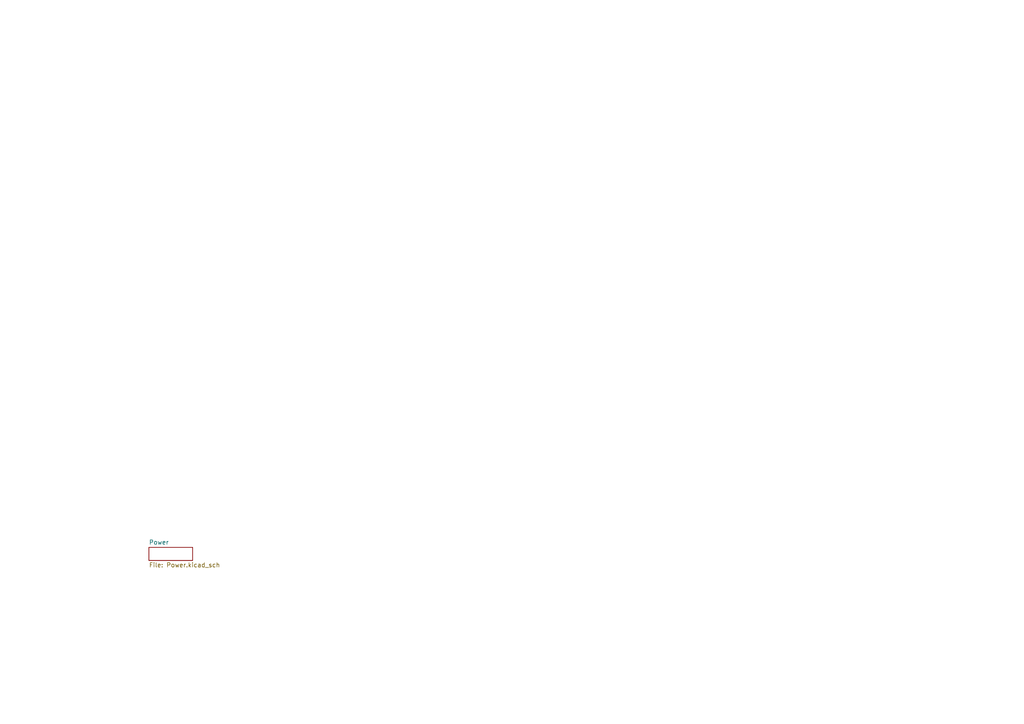
<source format=kicad_sch>
(kicad_sch (version 20230121) (generator eeschema)
  (paper "A4")
  (lib_symbols)
  (sheet (at 43.18 158.75) (size 12.7 3.81) (stroke (width 0.1524))
    (property "Sheetname" "Power" (at 43.18 158.0384 0) (effects (justify left bottom)))
    (property "Sheetfile" "Power.kicad_sch" (at 43.18 163.1446 0) (effects (justify left top)))
  )
)
</source>
